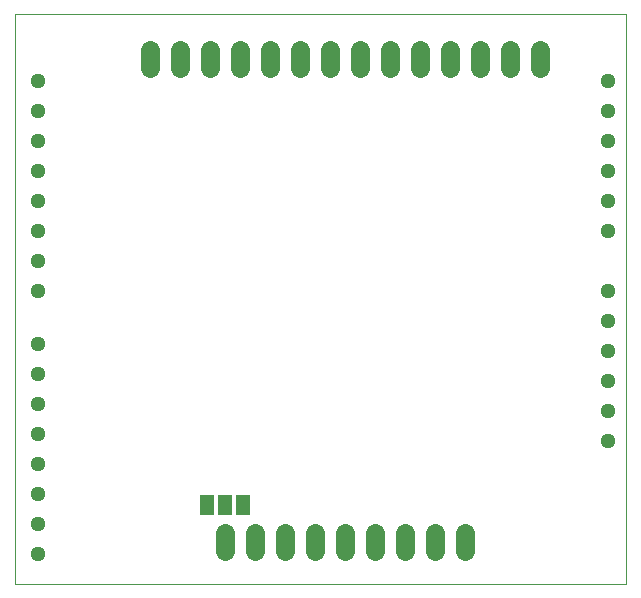
<source format=gbs>
G75*
%MOIN*%
%OFA0B0*%
%FSLAX24Y24*%
%IPPOS*%
%LPD*%
%AMOC8*
5,1,8,0,0,1.08239X$1,22.5*
%
%ADD10C,0.0000*%
%ADD11C,0.0640*%
%ADD12C,0.0512*%
%ADD13R,0.0500X0.0670*%
D10*
X000180Y000180D02*
X000180Y019176D01*
X020550Y019176D01*
X020550Y000180D01*
X000180Y000180D01*
D11*
X007180Y001255D02*
X007180Y001855D01*
X008180Y001855D02*
X008180Y001255D01*
X009180Y001255D02*
X009180Y001855D01*
X010180Y001855D02*
X010180Y001255D01*
X011180Y001255D02*
X011180Y001855D01*
X012180Y001855D02*
X012180Y001255D01*
X013180Y001255D02*
X013180Y001855D01*
X014180Y001855D02*
X014180Y001255D01*
X015180Y001255D02*
X015180Y001855D01*
X014680Y017380D02*
X014680Y017980D01*
X013680Y017980D02*
X013680Y017380D01*
X012680Y017380D02*
X012680Y017980D01*
X011680Y017980D02*
X011680Y017380D01*
X010680Y017380D02*
X010680Y017980D01*
X009680Y017980D02*
X009680Y017380D01*
X008680Y017380D02*
X008680Y017980D01*
X007680Y017980D02*
X007680Y017380D01*
X006680Y017380D02*
X006680Y017980D01*
X005680Y017980D02*
X005680Y017380D01*
X004680Y017380D02*
X004680Y017980D01*
X015680Y017980D02*
X015680Y017380D01*
X016680Y017380D02*
X016680Y017980D01*
X017680Y017980D02*
X017680Y017380D01*
D12*
X019930Y016930D03*
X019930Y015930D03*
X019930Y014930D03*
X019930Y013930D03*
X019930Y012930D03*
X019930Y011930D03*
X019930Y009930D03*
X019930Y008930D03*
X019930Y007930D03*
X019930Y006930D03*
X019930Y005930D03*
X019930Y004930D03*
X000930Y005180D03*
X000930Y006180D03*
X000930Y007180D03*
X000930Y008180D03*
X000930Y009930D03*
X000930Y010930D03*
X000930Y011930D03*
X000930Y012930D03*
X000930Y013930D03*
X000930Y014930D03*
X000930Y015930D03*
X000930Y016930D03*
X000930Y004180D03*
X000930Y003180D03*
X000930Y002180D03*
X000930Y001180D03*
D13*
X006580Y002805D03*
X007180Y002805D03*
X007780Y002805D03*
M02*

</source>
